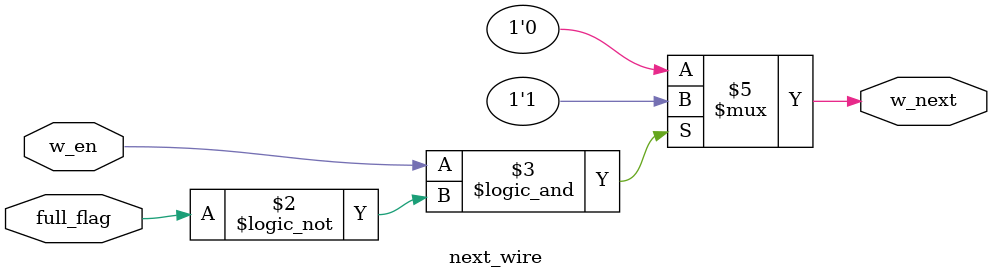
<source format=v>
module next_wire(w_en,full_flag,w_next);
input w_en,full_flag;
output w_next;
reg w_next;
always @(*)
		begin
		if(w_en&&!full_flag)
		w_next = 1;
		else
		w_next = 0;
		end
endmodule

</source>
